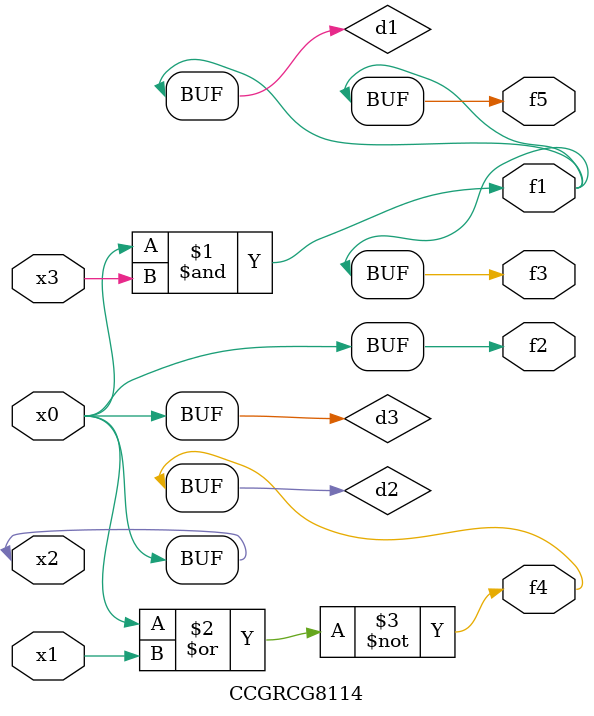
<source format=v>
module CCGRCG8114(
	input x0, x1, x2, x3,
	output f1, f2, f3, f4, f5
);

	wire d1, d2, d3;

	and (d1, x2, x3);
	nor (d2, x0, x1);
	buf (d3, x0, x2);
	assign f1 = d1;
	assign f2 = d3;
	assign f3 = d1;
	assign f4 = d2;
	assign f5 = d1;
endmodule

</source>
